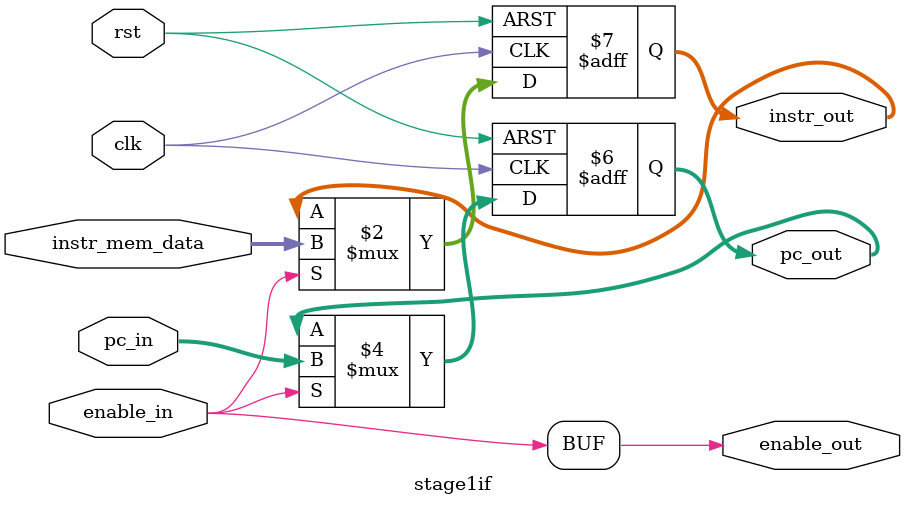
<source format=v>
module stage1if(
    input  wire        clk,
    input  wire        rst,
    input  wire        enable_in,
    output wire        enable_out,
    input  wire [23:0] pc_in,
    output reg  [23:0] pc_out,
    output reg  [23:0] instr_out,
    // Instruction memory interface
    input  wire [23:0] instr_mem_data
);
    // Propagate enable directly to the next stage
    assign enable_out = enable_in;

    // Latch the instruction and program counter when enabled
    always @(posedge clk or posedge rst) begin
        if (rst) begin
            pc_out    <= 24'b0;
            instr_out <= 24'b0;
        end else if (enable_in) begin
            pc_out    <= pc_in;
            instr_out <= instr_mem_data;
        end
    end
endmodule

</source>
